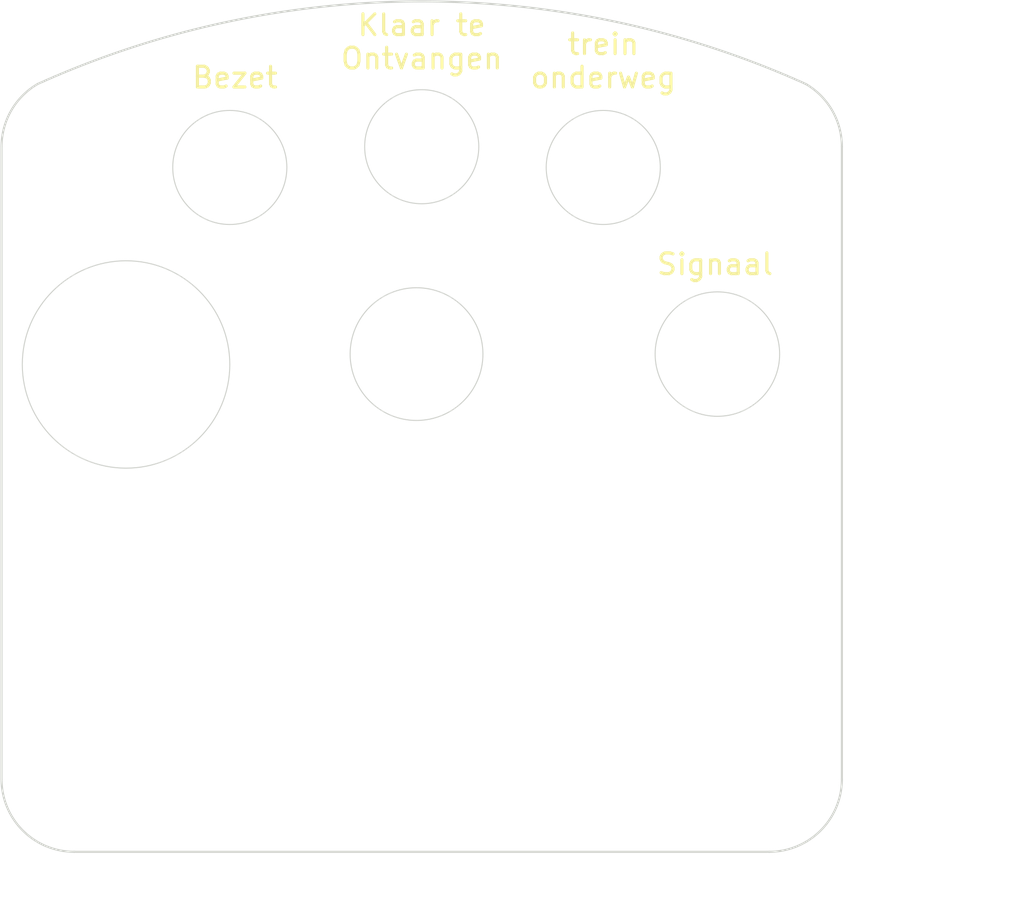
<source format=kicad_pcb>
(kicad_pcb (version 20221018) (generator pcbnew)

  (general
    (thickness 1.6)
  )

  (paper "A4")
  (layers
    (0 "F.Cu" signal)
    (31 "B.Cu" signal)
    (32 "B.Adhes" user "B.Adhesive")
    (33 "F.Adhes" user "F.Adhesive")
    (34 "B.Paste" user)
    (35 "F.Paste" user)
    (36 "B.SilkS" user "B.Silkscreen")
    (37 "F.SilkS" user "F.Silkscreen")
    (38 "B.Mask" user)
    (39 "F.Mask" user)
    (40 "Dwgs.User" user "User.Drawings")
    (41 "Cmts.User" user "User.Comments")
    (42 "Eco1.User" user "User.Eco1")
    (43 "Eco2.User" user "User.Eco2")
    (44 "Edge.Cuts" user)
    (45 "Margin" user)
    (46 "B.CrtYd" user "B.Courtyard")
    (47 "F.CrtYd" user "F.Courtyard")
    (48 "B.Fab" user)
    (49 "F.Fab" user)
    (50 "User.1" user)
    (51 "User.2" user)
    (52 "User.3" user)
    (53 "User.4" user)
    (54 "User.5" user)
    (55 "User.6" user)
    (56 "User.7" user)
    (57 "User.8" user)
    (58 "User.9" user)
  )

  (setup
    (pad_to_mask_clearance 0)
    (pcbplotparams
      (layerselection 0x00010fc_ffffffff)
      (plot_on_all_layers_selection 0x0000000_00000000)
      (disableapertmacros false)
      (usegerberextensions false)
      (usegerberattributes true)
      (usegerberadvancedattributes true)
      (creategerberjobfile true)
      (dashed_line_dash_ratio 12.000000)
      (dashed_line_gap_ratio 3.000000)
      (svgprecision 4)
      (plotframeref false)
      (viasonmask false)
      (mode 1)
      (useauxorigin false)
      (hpglpennumber 1)
      (hpglpenspeed 20)
      (hpglpendiameter 15.000000)
      (dxfpolygonmode true)
      (dxfimperialunits true)
      (dxfusepcbnewfont true)
      (psnegative false)
      (psa4output false)
      (plotreference true)
      (plotvalue true)
      (plotinvisibletext false)
      (sketchpadsonfab false)
      (subtractmaskfromsilk false)
      (outputformat 1)
      (mirror false)
      (drillshape 1)
      (scaleselection 1)
      (outputdirectory "")
    )
  )

  (net 0 "")

  (gr_circle (center 148.5 84) (end 148.5 86.75)
    (stroke (width 0.05) (type default)) (fill none) (layer "Edge.Cuts") (tstamp 06a9d878-e794-45fd-bc01-7e3295b51bfb))
  (gr_arc (start 123 117) (mid 120.525126 115.974874) (end 119.5 113.5)
    (stroke (width 0.1) (type default)) (layer "Edge.Cuts") (tstamp 12f75a74-fdc6-4467-bf24-8e86080a24e2))
  (gr_line (start 156.5 117) (end 123 117)
    (stroke (width 0.1) (type default)) (layer "Edge.Cuts") (tstamp 1def5dcd-4ea3-4a26-9e7f-4442a0fba69f))
  (gr_circle (center 154 93) (end 157 93)
    (stroke (width 0.05) (type default)) (fill none) (layer "Edge.Cuts") (tstamp 2af20e2a-017f-4aad-8d19-b857ef99426d))
  (gr_line (start 160 83) (end 160 113.5)
    (stroke (width 0.1) (type default)) (layer "Edge.Cuts") (tstamp 2ef6e7f5-ad61-4861-9925-4833ecf4af98))
  (gr_circle (center 130.5 84) (end 130.5 86.75)
    (stroke (width 0.05) (type default)) (fill none) (layer "Edge.Cuts") (tstamp 385bada0-6bb7-4ba0-8b80-0a6fe13efd36))
  (gr_line (start 119.5 113.5) (end 119.5 83)
    (stroke (width 0.1) (type default)) (layer "Edge.Cuts") (tstamp 55b42710-75b4-4939-8faa-9eda65e2999b))
  (gr_arc (start 121.236451 79.976775) (mid 139.75 75.992706) (end 158.263549 79.976775)
    (stroke (width 0.1) (type default)) (layer "Edge.Cuts") (tstamp 65084afe-1531-4d49-955a-4145fb52e233))
  (gr_circle (center 125.5 93.5) (end 120.5 93.5)
    (stroke (width 0.05) (type default)) (fill none) (layer "Edge.Cuts") (tstamp 7a87840b-8c6a-4cec-86ee-9db0b7f63cfb))
  (gr_circle (center 139.75 83) (end 139.75 85.75)
    (stroke (width 0.05) (type default)) (fill none) (layer "Edge.Cuts") (tstamp 94fa8080-99d5-469c-b879-4bb6dc1752bb))
  (gr_arc (start 160 113.5) (mid 158.974874 115.974874) (end 156.5 117)
    (stroke (width 0.1) (type default)) (layer "Edge.Cuts") (tstamp b308134c-8f83-4f31-91a9-6dd0df5ae306))
  (gr_circle (center 139.5 93) (end 142.7 93)
    (stroke (width 0.05) (type default)) (fill none) (layer "Edge.Cuts") (tstamp b471b7a8-e554-40a3-82ef-76283a3032c5))
  (gr_arc (start 158.263549 79.976774) (mid 159.534998 81.256787) (end 160 83)
    (stroke (width 0.1) (type default)) (layer "Edge.Cuts") (tstamp e480da42-b83b-4f61-8de2-71c64e5a82ed))
  (gr_arc (start 119.5 83) (mid 119.965002 81.256788) (end 121.236451 79.976774)
    (stroke (width 0.1) (type default)) (layer "Edge.Cuts") (tstamp f33416bc-2d0e-4abb-a8ab-00eb123599bf))
  (gr_text "trein\nonderweg" (at 148.5 80.25) (layer "F.SilkS") (tstamp 09ae2636-2cb0-475e-849c-09ac58cd180f)
    (effects (font (size 1 1) (thickness 0.15)) (justify bottom))
  )
  (gr_text "Bezet" (at 130.75 80.25) (layer "F.SilkS") (tstamp 134cc772-6c2e-406c-a6dc-6a6bb4a16b68)
    (effects (font (size 1 1) (thickness 0.15)) (justify bottom))
  )
  (gr_text "Klaar te\nOntvangen" (at 139.75 79.333) (layer "F.SilkS") (tstamp c37c7805-b5c3-4718-85dd-f2bb026a3d81)
    (effects (font (size 1 1) (thickness 0.15)) (justify bottom))
  )
  (gr_text "Signaal" (at 151 89.25) (layer "F.SilkS") (tstamp f1527c43-6d2c-4788-bbd9-c0023c033c78)
    (effects (font (size 1 1) (thickness 0.15)) (justify left bottom))
  )
  (dimension (type aligned) (layer "Dwgs.User") (tstamp 221e2c07-c86a-40a9-ad1d-e22856761014)
    (pts (xy 160 117) (xy 160 76))
    (height 5)
    (gr_text "41,0000 mm" (at 163.85 96.5 90) (layer "Dwgs.User") (tstamp 221e2c07-c86a-40a9-ad1d-e22856761014)
      (effects (font (size 1 1) (thickness 0.15)))
    )
    (format (prefix "") (suffix "") (units 3) (units_format 1) (precision 4))
    (style (thickness 0.15) (arrow_length 1.27) (text_position_mode 0) (extension_height 0.58642) (extension_offset 0.5) keep_text_aligned)
  )
  (dimension (type aligned) (layer "Dwgs.User") (tstamp ea3c892f-f881-4b07-a6cb-e76f11980693)
    (pts (xy 119.5 117) (xy 160 117))
    (height 2.499999)
    (gr_text "40,5000 mm" (at 139.75 118.349999) (layer "Dwgs.User") (tstamp ea3c892f-f881-4b07-a6cb-e76f11980693)
      (effects (font (size 1 1) (thickness 0.15)))
    )
    (format (prefix "") (suffix "") (units 3) (units_format 1) (precision 4))
    (style (thickness 0.15) (arrow_length 1.27) (text_position_mode 0) (extension_height 0.58642) (extension_offset 0.5) keep_text_aligned)
  )

)

</source>
